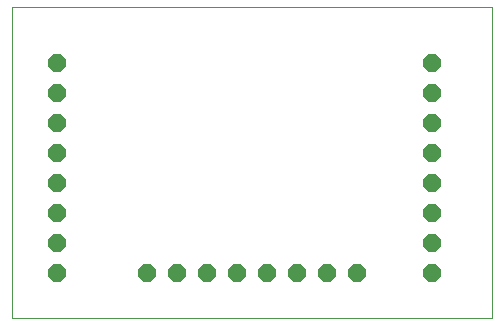
<source format=gbl>
G75*
%MOIN*%
%OFA0B0*%
%FSLAX25Y25*%
%IPPOS*%
%LPD*%
%AMOC8*
5,1,8,0,0,1.08239X$1,22.5*
%
%ADD10C,0.00000*%
%ADD11OC8,0.06000*%
D10*
X0001000Y0001000D02*
X0001000Y0104701D01*
X0160921Y0104701D01*
X0160921Y0001000D01*
X0001000Y0001000D01*
D11*
X0016000Y0016000D03*
X0016000Y0026000D03*
X0016000Y0036000D03*
X0016000Y0046000D03*
X0016000Y0056000D03*
X0016000Y0066000D03*
X0016000Y0076000D03*
X0016000Y0086000D03*
X0046000Y0016000D03*
X0056000Y0016000D03*
X0066000Y0016000D03*
X0076000Y0016000D03*
X0086000Y0016000D03*
X0096000Y0016000D03*
X0106000Y0016000D03*
X0116000Y0016000D03*
X0141000Y0016000D03*
X0141000Y0026000D03*
X0141000Y0036000D03*
X0141000Y0046000D03*
X0141000Y0056000D03*
X0141000Y0066000D03*
X0141000Y0076000D03*
X0141000Y0086000D03*
M02*

</source>
